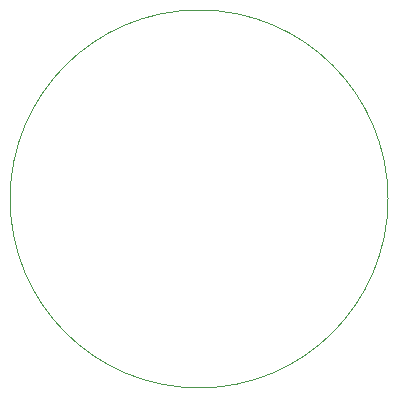
<source format=gm1>
%TF.GenerationSoftware,KiCad,Pcbnew,7.0.5*%
%TF.CreationDate,2024-02-13T09:55:04+02:00*%
%TF.ProjectId,Lamp LED,4c616d70-204c-4454-942e-6b696361645f,V0*%
%TF.SameCoordinates,Original*%
%TF.FileFunction,Profile,NP*%
%FSLAX46Y46*%
G04 Gerber Fmt 4.6, Leading zero omitted, Abs format (unit mm)*
G04 Created by KiCad (PCBNEW 7.0.5) date 2024-02-13 09:55:04*
%MOMM*%
%LPD*%
G01*
G04 APERTURE LIST*
%TA.AperFunction,Profile*%
%ADD10C,0.100000*%
%TD*%
G04 APERTURE END LIST*
D10*
X16000000Y0D02*
G75*
G03*
X16000000Y0I-16000000J0D01*
G01*
M02*

</source>
